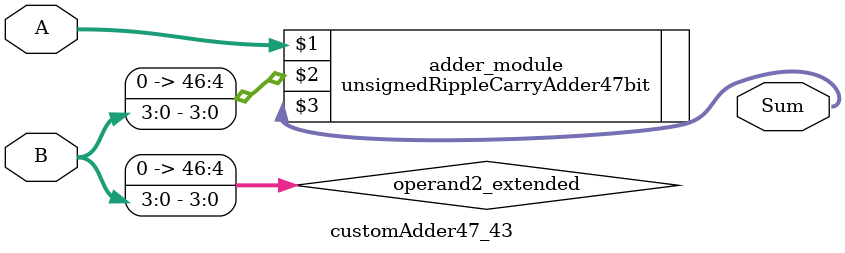
<source format=v>
module customAdder47_43(
                        input [46 : 0] A,
                        input [3 : 0] B,
                        
                        output [47 : 0] Sum
                );

        wire [46 : 0] operand2_extended;
        
        assign operand2_extended =  {43'b0, B};
        
        unsignedRippleCarryAdder47bit adder_module(
            A,
            operand2_extended,
            Sum
        );
        
        endmodule
        
</source>
